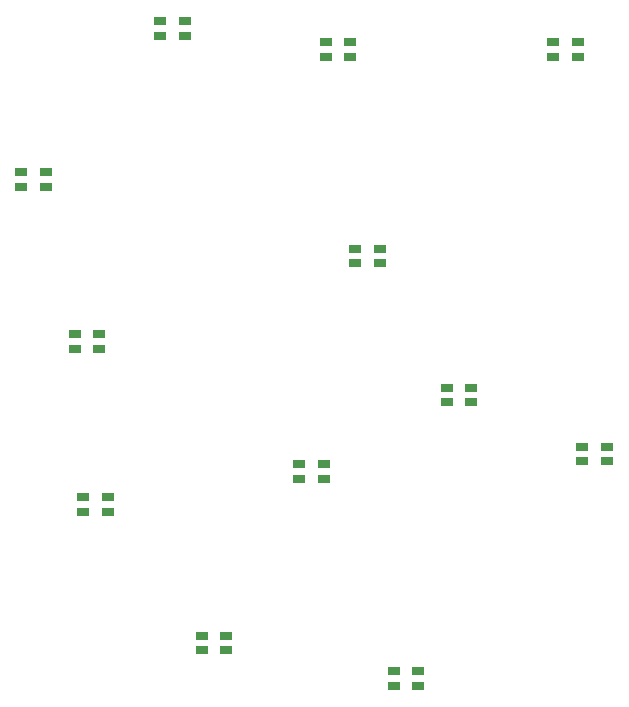
<source format=gbr>
%TF.GenerationSoftware,KiCad,Pcbnew,(5.1.10)-1*%
%TF.CreationDate,2021-10-20T07:52:33+02:00*%
%TF.ProjectId,TVZ_kuglica,54565a5f-6b75-4676-9c69-63612e6b6963,rev?*%
%TF.SameCoordinates,Original*%
%TF.FileFunction,Paste,Top*%
%TF.FilePolarity,Positive*%
%FSLAX46Y46*%
G04 Gerber Fmt 4.6, Leading zero omitted, Abs format (unit mm)*
G04 Created by KiCad (PCBNEW (5.1.10)-1) date 2021-10-20 07:52:33*
%MOMM*%
%LPD*%
G01*
G04 APERTURE LIST*
%ADD10R,1.100000X0.750000*%
G04 APERTURE END LIST*
D10*
%TO.C,D1*%
X110700000Y-86875000D03*
X112800000Y-86875000D03*
X110700000Y-88125000D03*
X112800000Y-88125000D03*
%TD*%
%TO.C,D2*%
X124550000Y-75375000D03*
X122450000Y-75375000D03*
X124550000Y-74125000D03*
X122450000Y-74125000D03*
%TD*%
%TO.C,D3*%
X155700000Y-75875000D03*
X157800000Y-75875000D03*
X155700000Y-77125000D03*
X157800000Y-77125000D03*
%TD*%
%TO.C,D4*%
X136300000Y-112875000D03*
X134200000Y-112875000D03*
X136300000Y-111625000D03*
X134200000Y-111625000D03*
%TD*%
%TO.C,D5*%
X115950000Y-114375000D03*
X118050000Y-114375000D03*
X115950000Y-115625000D03*
X118050000Y-115625000D03*
%TD*%
%TO.C,D6*%
X117300000Y-101875000D03*
X115200000Y-101875000D03*
X117300000Y-100625000D03*
X115200000Y-100625000D03*
%TD*%
%TO.C,D7*%
X142200000Y-129125000D03*
X144300000Y-129125000D03*
X142200000Y-130375000D03*
X144300000Y-130375000D03*
%TD*%
%TO.C,D8*%
X160300000Y-111375000D03*
X158200000Y-111375000D03*
X160300000Y-110125000D03*
X158200000Y-110125000D03*
%TD*%
%TO.C,D9*%
X136450000Y-75875000D03*
X138550000Y-75875000D03*
X136450000Y-77125000D03*
X138550000Y-77125000D03*
%TD*%
%TO.C,D10*%
X148800000Y-106375000D03*
X146700000Y-106375000D03*
X148800000Y-105125000D03*
X146700000Y-105125000D03*
%TD*%
%TO.C,D11*%
X125950000Y-126125000D03*
X128050000Y-126125000D03*
X125950000Y-127375000D03*
X128050000Y-127375000D03*
%TD*%
%TO.C,D12*%
X138950000Y-93375000D03*
X141050000Y-93375000D03*
X138950000Y-94625000D03*
X141050000Y-94625000D03*
%TD*%
M02*

</source>
